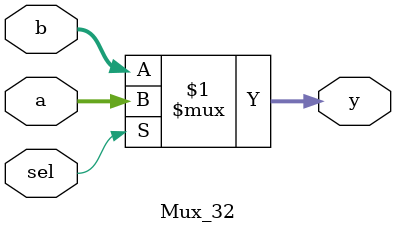
<source format=v>
`timescale 1ns / 1ps


module Mux_32(
    input wire [31:0] a,
    input wire [31:0] b,
    input wire sel,
    output wire [31:0] y
);
    assign y = (sel) ? a : b;
endmodule

</source>
